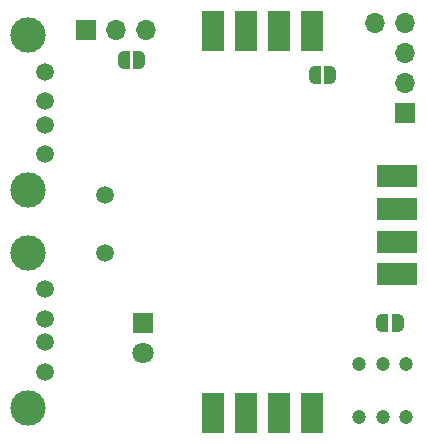
<source format=gbs>
G04 #@! TF.GenerationSoftware,KiCad,Pcbnew,6.0.8-f2edbf62ab~116~ubuntu22.04.1*
G04 #@! TF.CreationDate,2022-10-13T11:50:00+02:00*
G04 #@! TF.ProjectId,Dual USB Controller adapter,4475616c-2055-4534-9220-436f6e74726f,0.3*
G04 #@! TF.SameCoordinates,Original*
G04 #@! TF.FileFunction,Soldermask,Bot*
G04 #@! TF.FilePolarity,Negative*
%FSLAX46Y46*%
G04 Gerber Fmt 4.6, Leading zero omitted, Abs format (unit mm)*
G04 Created by KiCad (PCBNEW 6.0.8-f2edbf62ab~116~ubuntu22.04.1) date 2022-10-13 11:50:00*
%MOMM*%
%LPD*%
G01*
G04 APERTURE LIST*
G04 Aperture macros list*
%AMFreePoly0*
4,1,22,0.500000,-0.750000,0.000000,-0.750000,0.000000,-0.745033,-0.079941,-0.743568,-0.215256,-0.701293,-0.333266,-0.622738,-0.424486,-0.514219,-0.481581,-0.384460,-0.499164,-0.250000,-0.500000,-0.250000,-0.500000,0.250000,-0.499164,0.250000,-0.499963,0.256109,-0.478152,0.396186,-0.417904,0.524511,-0.324060,0.630769,-0.204165,0.706417,-0.067858,0.745374,0.000000,0.744959,0.000000,0.750000,
0.500000,0.750000,0.500000,-0.750000,0.500000,-0.750000,$1*%
%AMFreePoly1*
4,1,20,0.000000,0.744959,0.073905,0.744508,0.209726,0.703889,0.328688,0.626782,0.421226,0.519385,0.479903,0.390333,0.500000,0.250000,0.500000,-0.250000,0.499851,-0.262216,0.476331,-0.402017,0.414519,-0.529596,0.319384,-0.634700,0.198574,-0.708877,0.061801,-0.746166,0.000000,-0.745033,0.000000,-0.750000,-0.500000,-0.750000,-0.500000,0.750000,0.000000,0.750000,0.000000,0.744959,
0.000000,0.744959,$1*%
G04 Aperture macros list end*
%ADD10C,1.500000*%
%ADD11C,3.000000*%
%ADD12R,1.846667X3.480000*%
%ADD13R,1.800000X1.800000*%
%ADD14C,1.800000*%
%ADD15C,1.200000*%
%ADD16R,1.700000X1.700000*%
%ADD17O,1.700000X1.700000*%
%ADD18R,3.480000X1.846667*%
%ADD19FreePoly0,180.000000*%
%ADD20FreePoly1,180.000000*%
%ADD21FreePoly0,0.000000*%
%ADD22FreePoly1,0.000000*%
G04 APERTURE END LIST*
D10*
X167640000Y-93670000D03*
X167640000Y-91170000D03*
X167640000Y-89170000D03*
X167640000Y-86670000D03*
D11*
X166190000Y-96740000D03*
X166190000Y-83600000D03*
D12*
X181900000Y-64847500D03*
X184670000Y-64847500D03*
X187440000Y-64847500D03*
X190210000Y-64847500D03*
D10*
X167640000Y-75255000D03*
X167640000Y-72755000D03*
X167640000Y-70755000D03*
X167640000Y-68255000D03*
D11*
X166190000Y-78325000D03*
X166190000Y-65185000D03*
D12*
X181900000Y-97155000D03*
X184670000Y-97155000D03*
X187440000Y-97155000D03*
X190210000Y-97155000D03*
D13*
X175895000Y-89535000D03*
D14*
X175895000Y-92075000D03*
D15*
X198215000Y-93000000D03*
X196215000Y-93000000D03*
X194215000Y-93000000D03*
X198215000Y-97500000D03*
X196215000Y-97500000D03*
X194215000Y-97500000D03*
D10*
X172720000Y-78740000D03*
X172720000Y-83620000D03*
D16*
X171132500Y-64770000D03*
D17*
X173672500Y-64770000D03*
X176212500Y-64770000D03*
D18*
X197407500Y-77125000D03*
X197407500Y-79895000D03*
X197407500Y-82665000D03*
X197407500Y-85435000D03*
D17*
X195580000Y-64135000D03*
X198120000Y-64135000D03*
X198120000Y-66675000D03*
X198120000Y-69215000D03*
D16*
X198120000Y-71755000D03*
D19*
X175592500Y-67310000D03*
D20*
X174292500Y-67310000D03*
D21*
X190485000Y-68580000D03*
D22*
X191785000Y-68580000D03*
D21*
X196200000Y-89535000D03*
D22*
X197500000Y-89535000D03*
M02*

</source>
